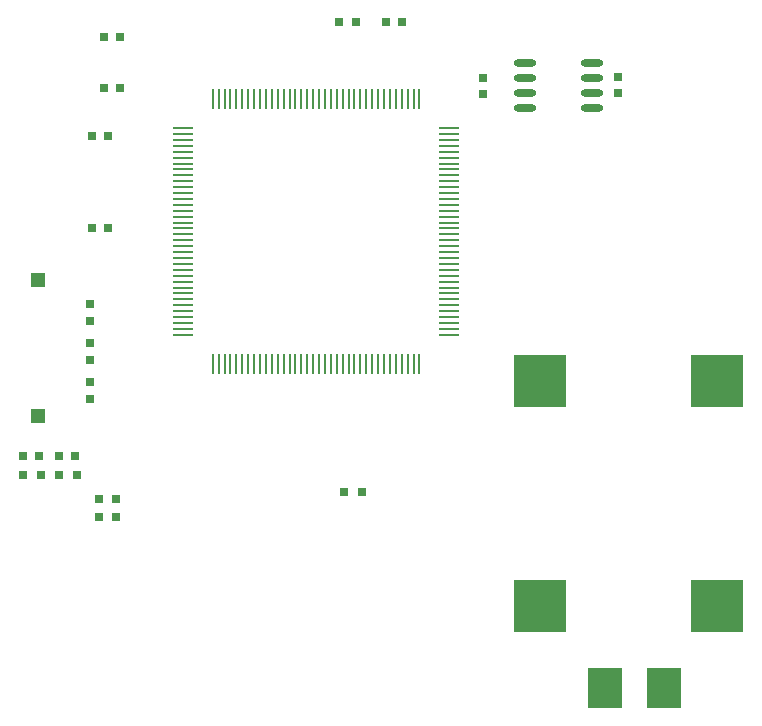
<source format=gtp>
G04*
G04 #@! TF.GenerationSoftware,Altium Limited,Altium Designer,18.1.9 (240)*
G04*
G04 Layer_Color=8421504*
%FSLAX25Y25*%
%MOIN*%
G70*
G01*
G75*
%ADD17R,0.17717X0.17717*%
%ADD18R,0.07087X0.01000*%
%ADD19R,0.01000X0.07087*%
%ADD20R,0.03000X0.03000*%
%ADD21R,0.03000X0.03000*%
%ADD22R,0.11811X0.13780*%
%ADD23R,0.05000X0.05000*%
%ADD24O,0.07480X0.02362*%
D17*
X529500Y192500D02*
D03*
X470445D02*
D03*
X529500Y267303D02*
D03*
X470445D02*
D03*
D18*
X351417Y351650D02*
D03*
Y349681D02*
D03*
Y347713D02*
D03*
Y345744D02*
D03*
Y343776D02*
D03*
Y341807D02*
D03*
Y339839D02*
D03*
Y337870D02*
D03*
Y335902D02*
D03*
Y333933D02*
D03*
Y331965D02*
D03*
Y329996D02*
D03*
Y328027D02*
D03*
Y326059D02*
D03*
Y324090D02*
D03*
Y322122D02*
D03*
Y320153D02*
D03*
Y318185D02*
D03*
Y316217D02*
D03*
Y314248D02*
D03*
Y312280D02*
D03*
Y310311D02*
D03*
Y308343D02*
D03*
Y306374D02*
D03*
Y304406D02*
D03*
Y302437D02*
D03*
Y300469D02*
D03*
Y298500D02*
D03*
Y296532D02*
D03*
Y294563D02*
D03*
Y292595D02*
D03*
Y290626D02*
D03*
Y288658D02*
D03*
Y286689D02*
D03*
Y284721D02*
D03*
Y282752D02*
D03*
X440000D02*
D03*
Y284721D02*
D03*
Y286689D02*
D03*
Y288658D02*
D03*
Y290626D02*
D03*
Y292594D02*
D03*
Y294563D02*
D03*
Y296532D02*
D03*
Y298500D02*
D03*
Y300469D02*
D03*
Y302437D02*
D03*
Y304406D02*
D03*
Y306374D02*
D03*
Y308343D02*
D03*
Y310311D02*
D03*
Y312280D02*
D03*
Y314248D02*
D03*
Y316217D02*
D03*
Y318185D02*
D03*
Y320154D02*
D03*
Y322122D02*
D03*
Y324091D02*
D03*
Y326059D02*
D03*
Y328028D02*
D03*
Y329996D02*
D03*
Y331965D02*
D03*
Y333933D02*
D03*
Y335902D02*
D03*
Y337870D02*
D03*
Y339839D02*
D03*
Y341807D02*
D03*
Y343776D02*
D03*
Y345744D02*
D03*
Y347713D02*
D03*
Y349681D02*
D03*
Y351650D02*
D03*
D19*
X361260Y272909D02*
D03*
X363228D02*
D03*
X365197D02*
D03*
X367165D02*
D03*
X369134D02*
D03*
X371102D02*
D03*
X373071D02*
D03*
X375039D02*
D03*
X377008D02*
D03*
X378976D02*
D03*
X380945D02*
D03*
X382913D02*
D03*
X384882D02*
D03*
X386850D02*
D03*
X388819D02*
D03*
X390787D02*
D03*
X392756D02*
D03*
X394724D02*
D03*
X396693D02*
D03*
X398661D02*
D03*
X400630D02*
D03*
X402598D02*
D03*
X404567D02*
D03*
X406535D02*
D03*
X408504D02*
D03*
X410472D02*
D03*
X412441D02*
D03*
X414409D02*
D03*
X416378D02*
D03*
X418346D02*
D03*
X420315D02*
D03*
X422283D02*
D03*
X424252D02*
D03*
X426220D02*
D03*
X428189D02*
D03*
X430157D02*
D03*
Y361492D02*
D03*
X428189D02*
D03*
X426220D02*
D03*
X424252D02*
D03*
X422283D02*
D03*
X420315D02*
D03*
X418346D02*
D03*
X416378D02*
D03*
X414409D02*
D03*
X412441D02*
D03*
X410472D02*
D03*
X408504D02*
D03*
X406535D02*
D03*
X404567D02*
D03*
X402598D02*
D03*
X400630D02*
D03*
X398661D02*
D03*
X396693D02*
D03*
X394724D02*
D03*
X392756D02*
D03*
X390787D02*
D03*
X388819D02*
D03*
X386850D02*
D03*
X384882D02*
D03*
X382913D02*
D03*
X380945D02*
D03*
X378976D02*
D03*
X377008D02*
D03*
X375039D02*
D03*
X373071D02*
D03*
X371102D02*
D03*
X369134D02*
D03*
X367165D02*
D03*
X365197D02*
D03*
X363228D02*
D03*
X361260D02*
D03*
D20*
X330500Y382000D02*
D03*
X325000D02*
D03*
X330500Y365000D02*
D03*
X325000D02*
D03*
X326500Y349000D02*
D03*
X321000D02*
D03*
Y318500D02*
D03*
X326500D02*
D03*
X303500Y242500D02*
D03*
X298000D02*
D03*
X315499D02*
D03*
X309999D02*
D03*
X303901Y236000D02*
D03*
X297901D02*
D03*
X315900D02*
D03*
X309900D02*
D03*
X329000Y228000D02*
D03*
X323500D02*
D03*
X405100Y230500D02*
D03*
X411100D02*
D03*
X323500Y222000D02*
D03*
X329000D02*
D03*
X419000Y387000D02*
D03*
X424500D02*
D03*
X403500D02*
D03*
X409000D02*
D03*
D21*
X320500Y287394D02*
D03*
Y292894D02*
D03*
Y274394D02*
D03*
Y279894D02*
D03*
Y266894D02*
D03*
Y261394D02*
D03*
X451500Y363000D02*
D03*
Y368500D02*
D03*
X496500Y363328D02*
D03*
Y368828D02*
D03*
D22*
X492000Y165000D02*
D03*
X511685D02*
D03*
D23*
X303000Y301031D02*
D03*
Y255756D02*
D03*
D24*
X487752Y358500D02*
D03*
Y363500D02*
D03*
Y368500D02*
D03*
Y373500D02*
D03*
X465248Y358500D02*
D03*
Y363500D02*
D03*
Y368500D02*
D03*
Y373500D02*
D03*
M02*

</source>
